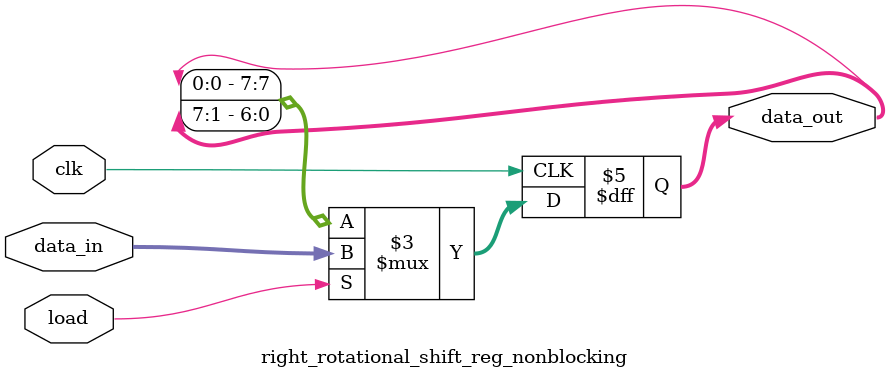
<source format=v>
`timescale 1ns / 1ps


module right_rotational_shift_reg_nonblocking(
    input clk,           
    input load,            
    input [7:0] data_in,  
    output reg [7:0] data_out
);

always @(posedge clk) begin
    if (load) begin
        data_out <= data_in;
    end else begin
        data_out <= {data_out[0], data_out[7:1]};
    end
end

endmodule

</source>
